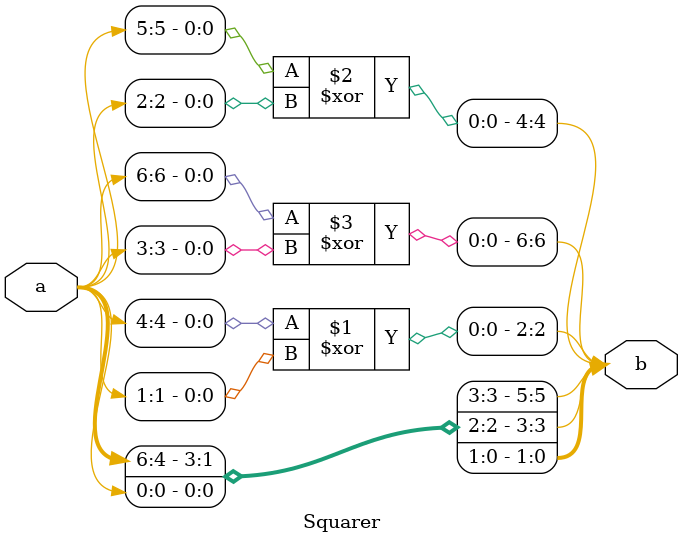
<source format=v>
module Squarer(a, b);	
	input [6:0] a;
	output [6:0] b;

	assign b[0] = a[0];
	assign b[1] = a[4];
	assign b[2] = a[4] ^ a[1];
	assign b[3] = a[5];
	assign b[4] = a[5] ^ a[2];
	assign b[5] = a[6];
	assign b[6] = a[6] ^ a[3];

endmodule 
</source>
